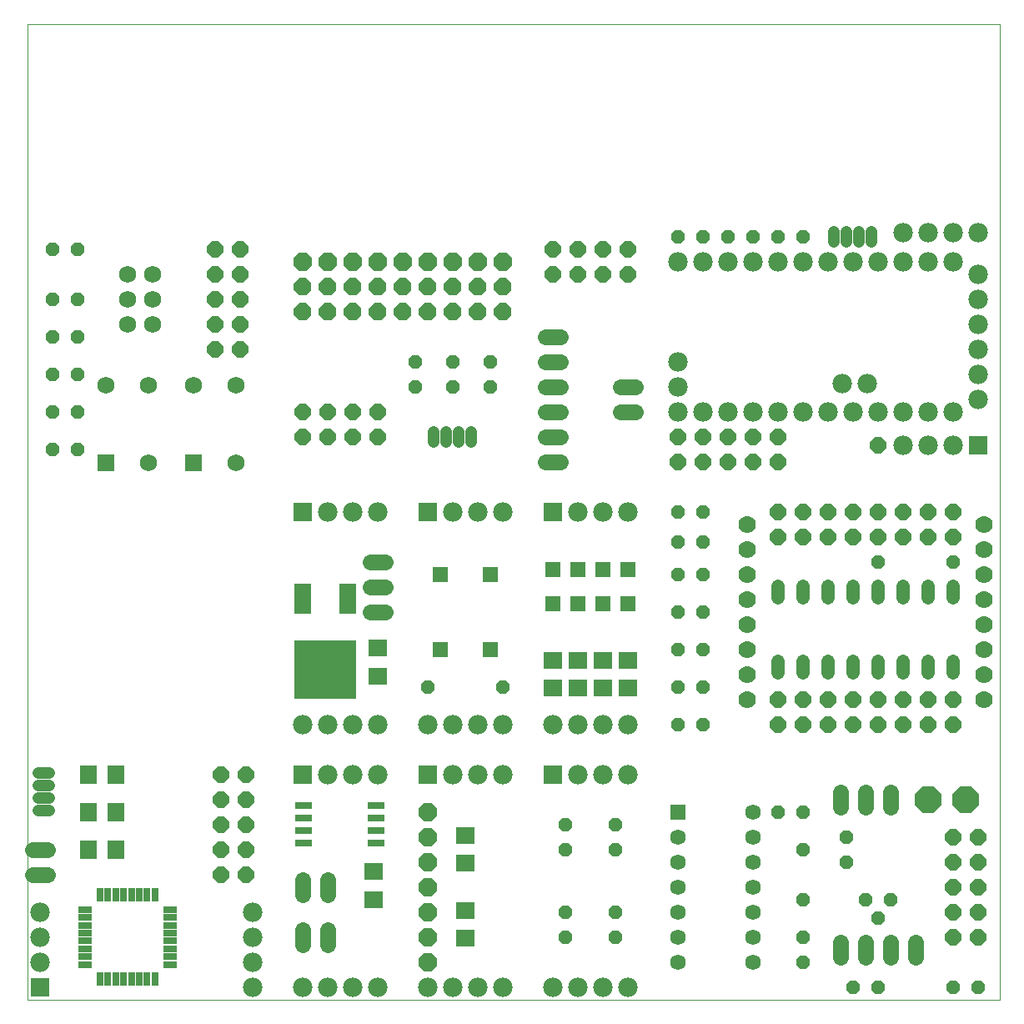
<source format=gts>
G75*
%MOIN*%
%OFA0B0*%
%FSLAX24Y24*%
%IPPOS*%
%LPD*%
%AMOC8*
5,1,8,0,0,1.08239X$1,22.5*
%
%ADD10C,0.0000*%
%ADD11R,0.0540X0.0260*%
%ADD12R,0.0260X0.0540*%
%ADD13OC8,0.0640*%
%ADD14C,0.0640*%
%ADD15R,0.0690X0.0690*%
%ADD16C,0.0690*%
%ADD17OC8,0.0520*%
%ADD18R,0.0625X0.0625*%
%ADD19C,0.0625*%
%ADD20OC8,0.1040*%
%ADD21C,0.0780*%
%ADD22R,0.0670X0.0290*%
%ADD23C,0.0680*%
%ADD24R,0.0749X0.0670*%
%ADD25OC8,0.0740*%
%ADD26OC8,0.0700*%
%ADD27C,0.0453*%
%ADD28C,0.0700*%
%ADD29C,0.0520*%
%ADD30R,0.0631X0.0631*%
%ADD31R,0.0670X0.0749*%
%ADD32R,0.0670X0.1221*%
%ADD33R,0.2481X0.2323*%
%ADD34R,0.0750X0.0670*%
%ADD35R,0.0780X0.0780*%
D10*
X000535Y000450D02*
X000535Y039446D01*
X039405Y039446D01*
X039405Y000450D01*
X000535Y000450D01*
D11*
X002845Y001848D03*
X002845Y002163D03*
X002845Y002478D03*
X002845Y002793D03*
X002845Y003107D03*
X002845Y003422D03*
X002845Y003737D03*
X002845Y004052D03*
X006225Y004052D03*
X006225Y003737D03*
X006225Y003422D03*
X006225Y003107D03*
X006225Y002793D03*
X006225Y002478D03*
X006225Y002163D03*
X006225Y001848D03*
D12*
X005637Y001260D03*
X005322Y001260D03*
X005008Y001260D03*
X004693Y001260D03*
X004378Y001260D03*
X004063Y001260D03*
X003748Y001260D03*
X003433Y001260D03*
X003433Y004640D03*
X003748Y004640D03*
X004063Y004640D03*
X004378Y004640D03*
X004693Y004640D03*
X005008Y004640D03*
X005322Y004640D03*
X005637Y004640D03*
D13*
X008285Y005450D03*
X008285Y006450D03*
X008285Y007450D03*
X008285Y008450D03*
X008285Y009450D03*
X009285Y009450D03*
X009285Y008450D03*
X009285Y007450D03*
X009285Y006450D03*
X009285Y005450D03*
X026535Y021950D03*
X027535Y021950D03*
X027535Y022950D03*
X026535Y022950D03*
X028535Y022950D03*
X029535Y022950D03*
X029535Y021950D03*
X028535Y021950D03*
X030535Y021950D03*
X030535Y022950D03*
X030535Y019950D03*
X031535Y019950D03*
X031535Y018950D03*
X030535Y018950D03*
X032535Y018950D03*
X033535Y018950D03*
X033535Y019950D03*
X032535Y019950D03*
X034535Y019950D03*
X035535Y019950D03*
X035535Y018950D03*
X034535Y018950D03*
X036535Y018950D03*
X037535Y018950D03*
X037535Y019950D03*
X036535Y019950D03*
X034535Y022600D03*
X024535Y029450D03*
X024535Y030450D03*
X023535Y030450D03*
X022535Y030450D03*
X022535Y029450D03*
X023535Y029450D03*
X021535Y029450D03*
X021535Y030450D03*
X014535Y023950D03*
X014535Y022950D03*
X013535Y022950D03*
X012535Y022950D03*
X012535Y023950D03*
X013535Y023950D03*
X011535Y023950D03*
X011535Y022950D03*
X009035Y026450D03*
X008035Y026450D03*
X008035Y027450D03*
X008035Y028450D03*
X009035Y028450D03*
X009035Y027450D03*
X009035Y029450D03*
X008035Y029450D03*
X008035Y030450D03*
X009035Y030450D03*
X030535Y012450D03*
X031535Y012450D03*
X031535Y011450D03*
X030535Y011450D03*
X032535Y011450D03*
X033535Y011450D03*
X033535Y012450D03*
X032535Y012450D03*
X034535Y012450D03*
X035535Y012450D03*
X035535Y011450D03*
X034535Y011450D03*
X036535Y011450D03*
X037535Y011450D03*
X037535Y012450D03*
X036535Y012450D03*
X037535Y006950D03*
X037535Y005950D03*
X037535Y004950D03*
X037535Y003950D03*
X037535Y002950D03*
X038535Y002950D03*
X038535Y003950D03*
X038535Y004950D03*
X038535Y005950D03*
X038535Y006950D03*
D14*
X035035Y008150D02*
X035035Y008750D01*
X034035Y008750D02*
X034035Y008150D01*
X033035Y008150D02*
X033035Y008750D01*
X033035Y002750D02*
X033035Y002150D01*
X034035Y002150D02*
X034035Y002750D01*
X035035Y002750D02*
X035035Y002150D01*
X036035Y002150D02*
X036035Y002750D01*
X021835Y021950D02*
X021235Y021950D01*
X021235Y022950D02*
X021835Y022950D01*
X021835Y023950D02*
X021235Y023950D01*
X021235Y024950D02*
X021835Y024950D01*
X021835Y025950D02*
X021235Y025950D01*
X021235Y026950D02*
X021835Y026950D01*
X024235Y024950D02*
X024835Y024950D01*
X024835Y023950D02*
X024235Y023950D01*
X014835Y017950D02*
X014235Y017950D01*
X014235Y016950D02*
X014835Y016950D01*
X014835Y015950D02*
X014235Y015950D01*
X012535Y005250D02*
X012535Y004650D01*
X011535Y004650D02*
X011535Y005250D01*
X011535Y003250D02*
X011535Y002650D01*
X012535Y002650D02*
X012535Y003250D01*
X001335Y005450D02*
X000735Y005450D01*
X000735Y006450D02*
X001335Y006450D01*
D15*
X003685Y021900D03*
X007185Y021900D03*
D16*
X005385Y021900D03*
X005385Y025000D03*
X003685Y025000D03*
X007185Y025000D03*
X008885Y025000D03*
X008885Y021900D03*
D17*
X002535Y022450D03*
X001535Y022450D03*
X001535Y023950D03*
X002535Y023950D03*
X002535Y025450D03*
X001535Y025450D03*
X001535Y026950D03*
X002535Y026950D03*
X002535Y028450D03*
X001535Y028450D03*
X001535Y030450D03*
X002535Y030450D03*
X016035Y025950D03*
X016035Y024950D03*
X017535Y024950D03*
X017535Y025950D03*
X019035Y025950D03*
X019035Y024950D03*
X026535Y019950D03*
X027535Y019950D03*
X027535Y018750D03*
X026535Y018750D03*
X026535Y017450D03*
X027535Y017450D03*
X027535Y015950D03*
X026535Y015950D03*
X026535Y014450D03*
X027535Y014450D03*
X027535Y012950D03*
X026535Y012950D03*
X026535Y011450D03*
X027535Y011450D03*
X030535Y007950D03*
X031535Y007950D03*
X031535Y006450D03*
X033285Y005950D03*
X033285Y006950D03*
X034035Y004450D03*
X034535Y003700D03*
X035035Y004450D03*
X031535Y004450D03*
X031535Y002950D03*
X031535Y001950D03*
X033535Y000950D03*
X034535Y000950D03*
X037535Y000950D03*
X038535Y000950D03*
X024035Y002950D03*
X024035Y003950D03*
X022035Y003950D03*
X022035Y002950D03*
X022035Y006450D03*
X022035Y007450D03*
X024035Y007450D03*
X024035Y006450D03*
X019535Y012950D03*
X016535Y012950D03*
X034535Y017950D03*
X037535Y017950D03*
X031535Y030950D03*
X030535Y030950D03*
X029535Y030950D03*
X028535Y030950D03*
X027535Y030950D03*
X026535Y030950D03*
D18*
X026535Y007950D03*
D19*
X026535Y006950D03*
X026535Y005950D03*
X026535Y004950D03*
X026535Y003950D03*
X026535Y002950D03*
X026535Y001950D03*
X029535Y001950D03*
X029535Y002950D03*
X029535Y003950D03*
X029535Y004950D03*
X029535Y005950D03*
X029535Y006950D03*
X029535Y007950D03*
D20*
X036535Y008450D03*
X038035Y008450D03*
D21*
X024535Y009450D03*
X023535Y009450D03*
X022535Y009450D03*
X022535Y011450D03*
X023535Y011450D03*
X024535Y011450D03*
X021535Y011450D03*
X019535Y011450D03*
X018535Y011450D03*
X017535Y011450D03*
X016535Y011450D03*
X014535Y011450D03*
X013535Y011450D03*
X012535Y011450D03*
X011535Y011450D03*
X012535Y009450D03*
X013535Y009450D03*
X014535Y009450D03*
X017535Y009450D03*
X018535Y009450D03*
X019535Y009450D03*
X019535Y000950D03*
X018535Y000950D03*
X017535Y000950D03*
X016535Y000950D03*
X014535Y000950D03*
X013535Y000950D03*
X012535Y000950D03*
X011535Y000950D03*
X009535Y000950D03*
X009535Y001950D03*
X009535Y002950D03*
X009535Y003950D03*
X001035Y003950D03*
X001035Y002950D03*
X001035Y001950D03*
X012535Y019950D03*
X013535Y019950D03*
X014535Y019950D03*
X017535Y019950D03*
X018535Y019950D03*
X019535Y019950D03*
X022535Y019950D03*
X023535Y019950D03*
X024535Y019950D03*
X026535Y023950D03*
X027535Y023950D03*
X028535Y023950D03*
X029535Y023950D03*
X030535Y023950D03*
X031535Y023950D03*
X032535Y023950D03*
X033535Y023950D03*
X034535Y023950D03*
X035535Y023950D03*
X036535Y023950D03*
X037535Y023950D03*
X038535Y024450D03*
X038535Y025450D03*
X038535Y026450D03*
X038535Y027450D03*
X038535Y028450D03*
X038535Y029450D03*
X037535Y029950D03*
X036535Y029950D03*
X035535Y029950D03*
X034535Y029950D03*
X033535Y029950D03*
X032535Y029950D03*
X031535Y029950D03*
X030535Y029950D03*
X029535Y029950D03*
X028535Y029950D03*
X027535Y029950D03*
X026535Y029950D03*
X026535Y025950D03*
X026535Y024950D03*
X033098Y025075D03*
X034098Y025075D03*
X035535Y022600D03*
X036535Y022600D03*
X037535Y022600D03*
X037535Y031100D03*
X036535Y031100D03*
X035535Y031100D03*
X038535Y031100D03*
X024535Y000950D03*
X023535Y000950D03*
X022535Y000950D03*
X021535Y000950D03*
D22*
X014485Y006700D03*
X014485Y007200D03*
X014485Y007700D03*
X014485Y008200D03*
X011585Y008200D03*
X011585Y007700D03*
X011585Y007200D03*
X011585Y006700D03*
D23*
X005535Y027450D03*
X004535Y027450D03*
X004535Y028450D03*
X005535Y028450D03*
X005535Y029450D03*
X004535Y029450D03*
D24*
X021535Y014001D03*
X022535Y014001D03*
X023535Y014001D03*
X024535Y014001D03*
X024535Y012899D03*
X023535Y012899D03*
X022535Y012899D03*
X021535Y012899D03*
X018035Y007001D03*
X018035Y005899D03*
X018035Y004001D03*
X018035Y002899D03*
D25*
X016535Y002950D03*
X016535Y003950D03*
X016535Y004950D03*
X016535Y005950D03*
X016535Y006950D03*
X016535Y007950D03*
X016535Y001950D03*
X016535Y000950D03*
X016535Y029950D03*
X017535Y029950D03*
X018535Y029950D03*
X019535Y029950D03*
X015535Y029950D03*
X014535Y029950D03*
X013535Y029950D03*
X012535Y029950D03*
X011535Y029950D03*
D26*
X011535Y028950D03*
X011535Y027950D03*
X012535Y027950D03*
X013535Y027950D03*
X013535Y028950D03*
X012535Y028950D03*
X014535Y028950D03*
X015535Y028950D03*
X015535Y027950D03*
X014535Y027950D03*
X016535Y027950D03*
X017535Y027950D03*
X017535Y028950D03*
X016535Y028950D03*
X018535Y028950D03*
X019535Y028950D03*
X019535Y027950D03*
X018535Y027950D03*
D27*
X018285Y023157D02*
X018285Y022743D01*
X017785Y022743D02*
X017785Y023157D01*
X017285Y023157D02*
X017285Y022743D01*
X016785Y022743D02*
X016785Y023157D01*
X001392Y009500D02*
X000978Y009500D01*
X000978Y009000D02*
X001392Y009000D01*
X001392Y008500D02*
X000978Y008500D01*
X000978Y008000D02*
X001392Y008000D01*
X032785Y030743D02*
X032785Y031157D01*
X033285Y031157D02*
X033285Y030743D01*
X033785Y030743D02*
X033785Y031157D01*
X034285Y031157D02*
X034285Y030743D01*
D28*
X038759Y019450D03*
X038759Y018450D03*
X038759Y017450D03*
X038759Y016450D03*
X038759Y015450D03*
X038759Y014450D03*
X038759Y013450D03*
X038759Y012450D03*
X029311Y012450D03*
X029311Y013450D03*
X029311Y014450D03*
X029311Y015450D03*
X029311Y016450D03*
X029311Y017450D03*
X029311Y018450D03*
X029311Y019450D03*
D29*
X030535Y016990D02*
X030535Y016510D01*
X031535Y016510D02*
X031535Y016990D01*
X032535Y016990D02*
X032535Y016510D01*
X033535Y016510D02*
X033535Y016990D01*
X034535Y016990D02*
X034535Y016510D01*
X035535Y016510D02*
X035535Y016990D01*
X036535Y016990D02*
X036535Y016510D01*
X037535Y016510D02*
X037535Y016990D01*
X037535Y013990D02*
X037535Y013510D01*
X036535Y013510D02*
X036535Y013990D01*
X035535Y013990D02*
X035535Y013510D01*
X034535Y013510D02*
X034535Y013990D01*
X033535Y013990D02*
X033535Y013510D01*
X032535Y013510D02*
X032535Y013990D01*
X031535Y013990D02*
X031535Y013510D01*
X030535Y013510D02*
X030535Y013990D01*
D30*
X024535Y016261D03*
X023535Y016261D03*
X022535Y016261D03*
X021535Y016261D03*
X021535Y017639D03*
X022535Y017639D03*
X023535Y017639D03*
X024535Y017639D03*
X019035Y017450D03*
X017035Y017450D03*
X017035Y014450D03*
X019035Y014450D03*
D31*
X004086Y009450D03*
X002984Y009450D03*
X002984Y007950D03*
X004086Y007950D03*
X004086Y006450D03*
X002984Y006450D03*
D32*
X011535Y016477D03*
X013335Y016477D03*
D33*
X012435Y013650D03*
D34*
X014535Y013390D03*
X014535Y014510D03*
X014385Y005560D03*
X014385Y004440D03*
D35*
X016535Y009450D03*
X021535Y009450D03*
X011535Y009450D03*
X001035Y000950D03*
X011535Y019950D03*
X016535Y019950D03*
X021535Y019950D03*
X038535Y022600D03*
M02*

</source>
